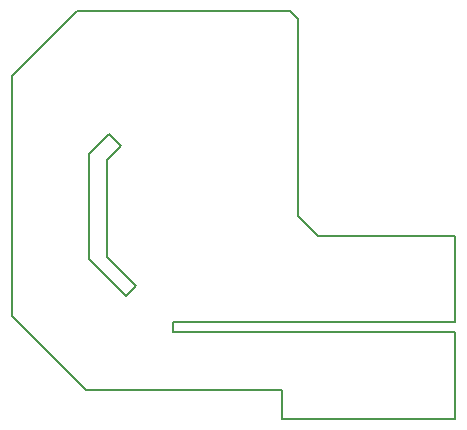
<source format=gm1>
G04 #@! TF.FileFunction,Profile,NP*
%FSLAX46Y46*%
G04 Gerber Fmt 4.6, Leading zero omitted, Abs format (unit mm)*
G04 Created by KiCad (PCBNEW 4.0.7) date 04/08/19 10:03:47*
%MOMM*%
%LPD*%
G01*
G04 APERTURE LIST*
%ADD10C,0.100000*%
%ADD11C,0.150000*%
G04 APERTURE END LIST*
D10*
D11*
X210591400Y-58597800D02*
X209880200Y-57886600D01*
X212267800Y-76936600D02*
X212420200Y-76936600D01*
X210591400Y-75260200D02*
X212267800Y-76936600D01*
X210591400Y-58597800D02*
X210591400Y-75260200D01*
X209880200Y-57886600D02*
X196392800Y-57886600D01*
X212318600Y-76911200D02*
X212318600Y-76936600D01*
X192659000Y-89992200D02*
X192709800Y-89992200D01*
X186359800Y-83693000D02*
X192659000Y-89992200D01*
X223901000Y-92430600D02*
X223901000Y-92379800D01*
X209219800Y-92430600D02*
X223901000Y-92430600D01*
X209219800Y-89992200D02*
X209219800Y-92430600D01*
X192709800Y-89992200D02*
X209219800Y-89992200D01*
X213029800Y-76936600D02*
X212318600Y-76936600D01*
X192659000Y-57886600D02*
X191897000Y-57886600D01*
X186359800Y-63423800D02*
X186359800Y-83693000D01*
X191897000Y-57886600D02*
X186359800Y-63423800D01*
X192862200Y-78867000D02*
X196011800Y-82016600D01*
X192862200Y-69977000D02*
X192862200Y-78867000D01*
X194538600Y-68300600D02*
X192862200Y-69977000D01*
X195605400Y-69367400D02*
X194538600Y-68300600D01*
X194437000Y-70535800D02*
X195605400Y-69367400D01*
X194437000Y-78714600D02*
X194437000Y-70535800D01*
X194691000Y-78968600D02*
X194437000Y-78714600D01*
X196875400Y-81153000D02*
X194691000Y-78968600D01*
X196011800Y-82016600D02*
X196875400Y-81153000D01*
X223901000Y-85115400D02*
X223901000Y-92430600D01*
X223901000Y-84251800D02*
X223901000Y-76987400D01*
X200025000Y-84251800D02*
X204495400Y-84251800D01*
X200025000Y-85115400D02*
X200025000Y-84251800D01*
X223901000Y-85115400D02*
X200025000Y-85115400D01*
X204393800Y-84251800D02*
X223901000Y-84251800D01*
X196570600Y-57886600D02*
X192659000Y-57886600D01*
X213029800Y-76936600D02*
X223901000Y-76936600D01*
M02*

</source>
